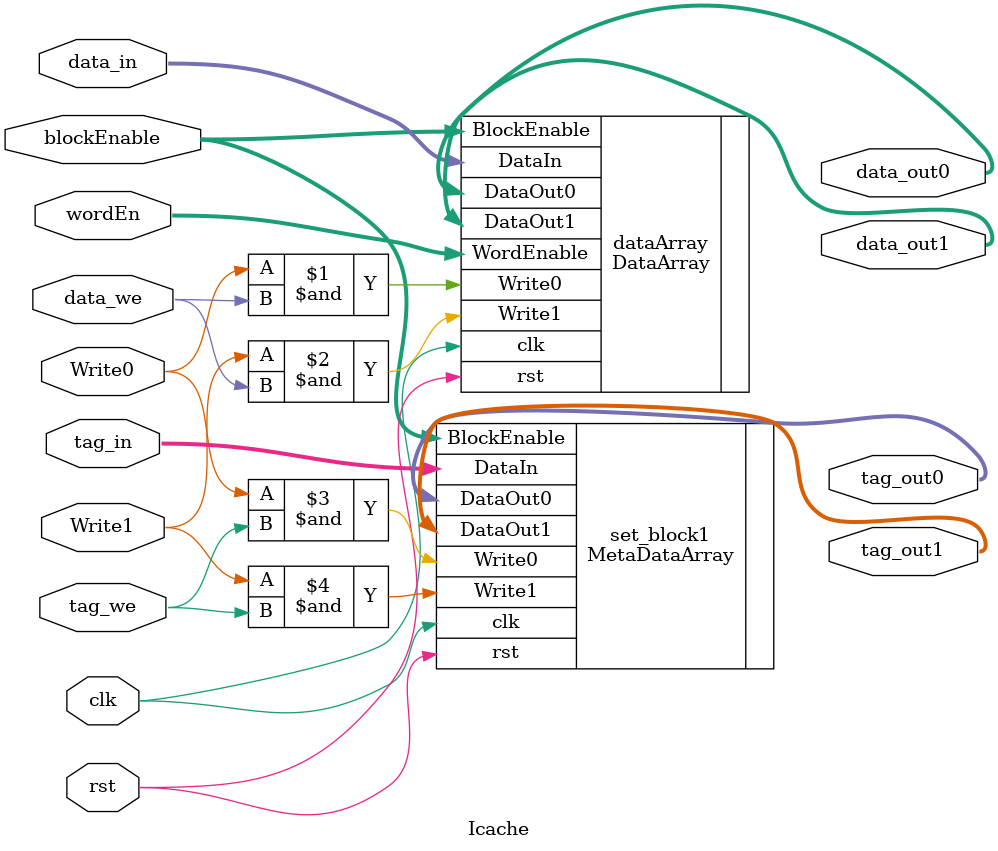
<source format=v>
module Icache(clk, rst, data_we, tag_we, Write0, Write1, wordEn, tag_in, data_in, blockEnable, tag_out0, tag_out1, data_out0, data_out1);
input clk, rst;    
input data_we, tag_we; // write enables for data and tag array
input Write0, Write1; //way selects
input [7:0] wordEn;	//word in the data array
input [7:0] tag_in;	//tag to be stored in tag array
input [15:0] data_in; // data to be stored in data array
input [63:0] blockEnable; // block number in dataArray

output [7:0] tag_out0, tag_out1;	// tag stored at the given location in cache
output [15:0] data_out0, data_out1; //data returned by memory (afterdelay 

DataArray dataArray(.clk(clk), .rst(rst), .DataIn(data_in), .Write0(Write0 & data_we), .Write1(Write1 & data_we), .BlockEnable(blockEnable), .WordEnable(wordEn), .DataOut0(data_out0), .DataOut1(data_out1));
MetaDataArray set_block1(.clk(clk), .rst(rst), .DataIn(tag_in), .Write0(Write0 & tag_we), .Write1(Write1 & tag_we), .BlockEnable(blockEnable), .DataOut0(tag_out0), .DataOut1(tag_out1));

endmodule
</source>
